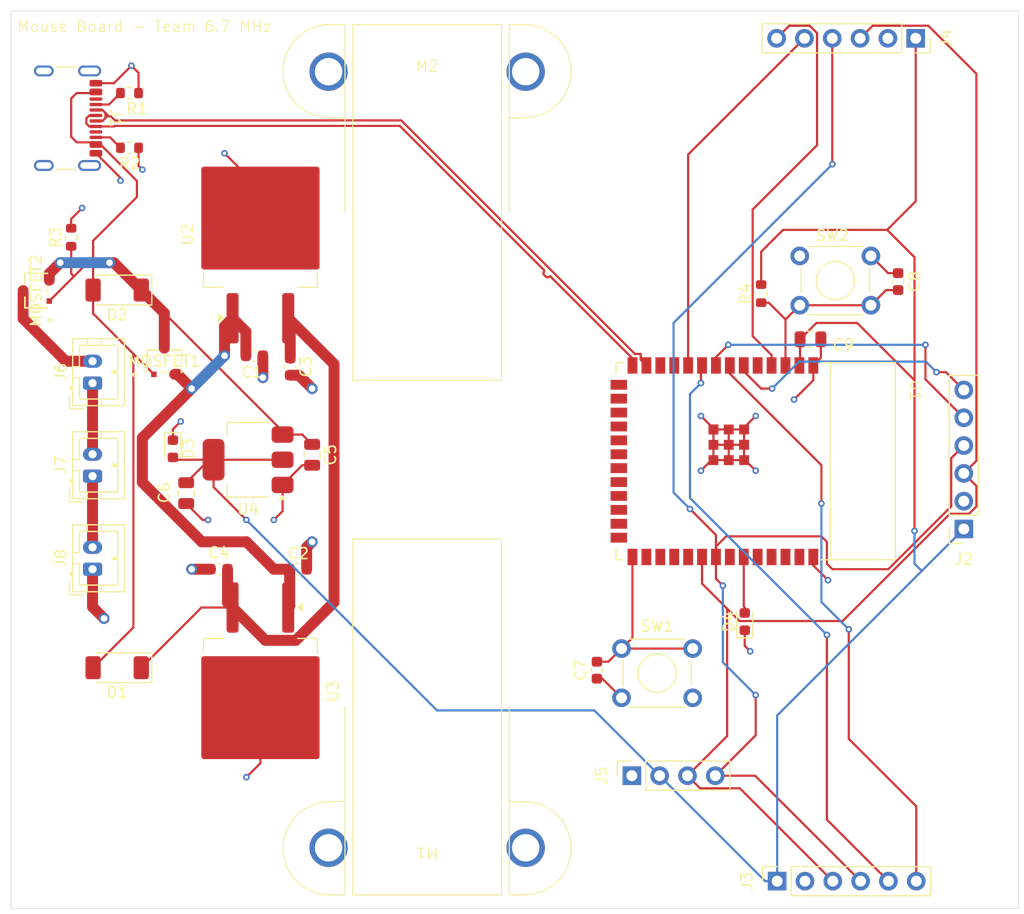
<source format=kicad_pcb>
(kicad_pcb (version 20241229) (generator "pcbnew") (generator_version "9.0")
  (layers (0 "F.Cu" signal) (4 "In1.Cu" signal) (6 "In2.Cu" signal) (2 "B.Cu" signal) (13 "F.Paste" user) (15 "B.Paste" user) (5 "F.SilkS" user "F.Silkscreen") (7 "B.SilkS" user "B.Silkscreen") (1 "F.Mask" user) (3 "B.Mask" user) (25 "Edge.Cuts" user))
  (net 0 "")
  (net 1 "GND")
  (net 2 "+6V")
  (net 3 "VDD")
  (net 4 "+3.3V")
  (net 5 "/BOOT_SEL")
  (net 6 "/MCU_ENABLE")
  (net 7 "VBUS")
  (net 8 "Net-(D4-A)")
  (net 9 "/USB_D-")
  (net 11 "/USB_D+")
  (net 12 "Net-(J1-CC2)")
  (net 13 "Net-(J1-CC1)")
  (net 15 "/MCU_IO15")
  (net 16 "/MCU_IO6")
  (net 17 "/MCU_SDA")
  (net 18 "/MCU_SCL")
  (net 19 "/MCU_IO7")
  (net 20 "/MCU_IO16")
  (net 21 "/MCU_IO4")
  (net 22 "/MCU_IO17")
  (net 23 "+BATT")
  (net 24 "/power-subsystem/Intercell_1")
  (net 25 "/power-subsystem/Intercell_2")
  (net 50 "Net-(U2-IN)")
  (footprint "Connector_JST:JST_PH_B2B-PH-K_1x02_P2.00mm_Vertical" (layer "F.Cu") (at 110.95 90.5 90)
    (property "Reference" "J7")
    (property "Value" "Conn_01x02" (hide yes))
  )
  (footprint "Capacitor_SMD:C_0603_1608Metric" (layer "F.Cu") (at 129.725 99)
    (property "Reference" "C2")
    (property "Value" ".33u")
  )
  (footprint "mouseLib:ESP32-S3-1-WROOM_1" (layer "F.Cu") (at 168.5 89.135 -90)
    (property "Reference" "U1")
    (property "Value" "ESP32-S3-1")
  )
  (footprint "mouseLib:gearmotorenc" (layer "F.Cu") (at 141.5 53.55)
    (property "Reference" "M2")
    (property "Value" "~")
  )
  (footprint "Connector_USB:USB_C_Receptacle_GCT_USB4105-xx-A_16P_TopMnt_Horizontal" (layer "F.Cu") (at 107.575 57.8 -90)
    (property "Reference" "J1")
    (property "Value" "USB_C")
  )
  (footprint "Connector_PinSocket_2.54mm:PinSocket_1x06_P2.54mm_Vertical" (layer "F.Cu") (at 190.5 95.325 180)
    (property "Reference" "J2")
    (property "Value" "Sensor_Forward")
  )
  (footprint "Button_Switch_THT:SW_TH_Tactile_Omron_B3F-100x" (layer "F.Cu") (at 159.25 106.25)
    (property "Reference" "SW1")
    (property "Value" "SW_SPST")
  )
  (footprint "Button_Switch_THT:SW_TH_Tactile_Omron_B3F-100x" (layer "F.Cu") (at 182.02 74.885 180)
    (property "Reference" "SW2")
    (property "Value" "SW_SPST")
  )
  (footprint "LED_SMD:LED_0603_1608Metric" (layer "F.Cu") (at 170.5 103.7875 90)
    (property "Reference" "D4")
    (property "Value" "LED")
  )
  (footprint "Connector_JST:JST_PH_B2B-PH-K_1x02_P2.00mm_Vertical" (layer "F.Cu") (at 110.95 82 90)
    (property "Reference" "J6")
    (property "Value" "Conn_01x02" (hide yes))
  )
  (footprint "Package_TO_SOT_SMD:TO-263-2" (layer "F.Cu") (at 126.275 68.425 90)
    (property "Reference" "U2")
    (property "Value" "L7806")
  )
  (footprint "Capacitor_SMD:C_0603_1608Metric" (layer "F.Cu") (at 125.725 79.5)
    (property "Reference" "C1")
    (property "Value" ".33u")
  )
  (footprint "Resistor_SMD:R_0603_1608Metric" (layer "F.Cu") (at 109 68.675 90)
    (property "Reference" "R3")
    (property "Value" "10k")
  )
  (footprint "Capacitor_SMD:C_0805_2012Metric" (layer "F.Cu") (at 119.5 92.05 -90)
    (property "Reference" "C6")
    (property "Value" "22u")
  )
  (footprint "Diode_SMD:D_SOD-128" (layer "F.Cu") (at 113.2 108 180)
    (property "Reference" "D1")
    (property "Value" "PMEG10030ELPX")
  )
  (footprint "Connector_PinSocket_2.54mm:PinSocket_1x06_P2.54mm_Vertical" (layer "F.Cu") (at 173.46 127.5 90)
    (property "Reference" "J3")
    (property "Value" "Sensor_Right")
  )
  (footprint "Capacitor_SMD:C_0805_2012Metric" (layer "F.Cu") (at 131 88.55 -90)
    (property "Reference" "C5")
    (property "Value" "10u")
  )
  (footprint "Capacitor_SMD:C_0603_1608Metric" (layer "F.Cu") (at 157 108.225 -90)
    (property "Reference" "C7")
    (property "Value" ".1u")
  )
  (footprint "mouseLib:gearmotorenc" (layer "F.Cu") (at 141.5 124.45 180)
    (property "Reference" "M1")
    (property "Value" "~")
  )
  (footprint "Capacitor_SMD:C_0805_2012Metric" (layer "F.Cu") (at 176.5 78 180)
    (property "Reference" "C9")
    (property "Value" "22u")
  )
  (footprint "Resistor_SMD:R_0603_1608Metric" (layer "F.Cu") (at 114.325 60.5 180)
    (property "Reference" "R2")
    (property "Value" "5.1k")
  )
  (footprint "LED_SMD:LED_0603_1608Metric" (layer "F.Cu") (at 118.2875 88 -90)
    (property "Reference" "D3")
    (property "Value" "LED")
  )
  (footprint "Resistor_SMD:R_0603_1608Metric" (layer "F.Cu") (at 114.325 55.5 180)
    (property "Reference" "R1")
    (property "Value" "5.1k")
  )
  (footprint "Capacitor_SMD:C_0603_1608Metric" (layer "F.Cu") (at 129 80.5 -90)
    (property "Reference" "C3")
    (property "Value" ".33u")
  )
  (footprint "Diode_SMD:D_SOD-128" (layer "F.Cu") (at 113.2 73.5 180)
    (property "Reference" "D2")
    (property "Value" "PMEG10030ELPX")
  )
  (footprint "Capacitor_SMD:C_0603_1608Metric" (layer "F.Cu") (at 184.5 72.725 90)
    (property "Reference" "C8")
    (property "Value" "1u")
  )
  (footprint "Resistor_SMD:R_0603_1608Metric" (layer "F.Cu") (at 172 73.825 90)
    (property "Reference" "R4")
    (property "Value" "10k")
  )
  (footprint "ssm3j3:SOT-23F_TOS" (layer "F.Cu") (at 105.8062 73.549999 90)
    (property "Reference" "MOSFET2")
    (property "Value" "SSM3J328R_LF")
  )
  (footprint "Connector_PinSocket_2.54mm:PinSocket_1x06_P2.54mm_Vertical" (layer "F.Cu") (at 186.11 50.5 -90)
    (property "Reference" "J4")
    (property "Value" "Sensor_Left")
  )
  (footprint "Package_TO_SOT_SMD:TO-263-2" (layer "F.Cu") (at 126.275 110.15 -90)
    (property "Reference" "U3")
    (property "Value" "L7806")
  )
  (footprint "Package_TO_SOT_SMD:SOT-223-3_TabPin2" (layer "F.Cu") (at 125.15 89 180)
    (property "Reference" "U4")
    (property "Value" "AZ1117-3.3")
  )
  (footprint "Connector_PinSocket_2.54mm:PinSocket_1x04_P2.54mm_Vertical" (layer "F.Cu") (at 160.19 117.865 90)
    (property "Reference" "J5")
    (property "Value" "I2C Breakout")
  )
  (footprint "Capacitor_SMD:C_0603_1608Metric" (layer "F.Cu") (at 122.5 99 180)
    (property "Reference" "C4")
    (property "Value" ".33u")
  )
  (footprint "Connector_JST:JST_PH_B2B-PH-K_1x02_P2.00mm_Vertical" (layer "F.Cu") (at 110.95 99 90)
    (property "Reference" "J8")
    (property "Value" "Conn_01x02" (hide yes))
  )
  (footprint "ssm3j3:SOT-23F_TOS" (layer "F.Cu") (at 117.5 80)
    (property "Reference" "MOSFET1")
    (property "Value" "SSM3J328R_LF")
  )
  (gr_rect (start 103.5 48) (end 195.5 130) (stroke (width 0.05)) (fill no) (layer "Edge.Cuts"))
  (gr_text "Mouse Board - Team 6.7 MHz" (at 104 50 0) (layer "F.SilkS") (effects (font (size 1 1) (thickness 0.1)) (justify left bottom)))
  (segment (start 118.2875 86.2125) (end 119 85.5) (width 0.2) (layer "F.Cu") (net 1))
  (segment (start 169.04 87.635) (end 170.44 87.635) (width 0.2) (layer "F.Cu") (net 1))
  (segment (start 157 109) (end 157.5 109) (width 0.2) (layer "F.Cu") (net 1))
  (segment (start 170.5 106) (end 171 106.5) (width 0.2) (layer "F.Cu") (net 1))
  (segment (start 130.5 97) (end 131 96.5) (width 1) (layer "F.Cu") (net 1))
  (segment (start 170.44 87.635) (end 170.44 86.235) (width 0.2) (layer "F.Cu") (net 1))
  (segment (start 169.04 87.635) (end 169.04 89.035) (width 0.2) (layer "F.Cu") (net 1))
  (segment (start 130.5 99) (end 130.5 97) (width 1) (layer "F.Cu") (net 1))
  (segment (start 121.725 99) (end 120 99) (width 1) (layer "F.Cu") (net 1))
  (segment (start 167.64 89.035) (end 167.465 89.035) (width 0.2) (layer "F.Cu") (net 1))
  (segment (start 177.45 79.695) (end 176.76 80.385) (width 0.2) (layer "F.Cu") (net 1))
  (segment (start 112.9 54.6) (end 114.5 53) (width 0.2) (layer "F.Cu") (net 1))
  (segment (start 170.535 89.035) (end 171.5 90) (width 0.2) (layer "F.Cu") (net 1))
  (segment (start 109 67.85) (end 109 67) (width 0.2) (layer "F.Cu") (net 1))
  (segment (start 129.775 81.275) (end 131 82.5) (width 1) (layer "F.Cu") (net 1))
  (segment (start 126.275 66.925) (end 126.275 64.275) (width 0.2) (layer "F.Cu") (net 1))
  (segment (start 170.44 89.035) (end 170.44 87.635) (width 0.2) (layer "F.Cu") (net 1))
  (segment (start 176.76 80.385) (end 176.76 81.74) (width 0.2) (layer "F.Cu") (net 1))
  (segment (start 126.275 116.725) (end 125 118) (width 0.2) (layer "F.Cu") (net 1))
  (segment (start 167.64 86.235) (end 167.64 86.14) (width 0.2) (layer "F.Cu") (net 1))
  (segment (start 170.44 86.235) (end 170.44 86.06) (width 0.2) (layer "F.Cu") (net 1))
  (segment (start 169.04 87.635) (end 167.64 87.635) (width 0.2) (layer "F.Cu") (net 1))
  (segment (start 176.76 81.74) (end 175 83.5) (width 0.2) (layer "F.Cu") (net 1))
  (segment (start 167.64 86.14) (end 166.5 85) (width 0.2) (layer "F.Cu") (net 1))
  (segment (start 111.255 54.6) (end 112.9 54.6) (width 0.2) (layer "F.Cu") (net 1))
  (segment (start 110.95 99) (end 110.95 102.45) (width 1) (layer "F.Cu") (net 1))
  (segment (start 169.04 86.235) (end 169.04 87.635) (width 0.2) (layer "F.Cu") (net 1))
  (segment (start 126.5 79.5) (end 126.5 81.5) (width 1) (layer "F.Cu") (net 1))
  (segment (start 115.15 60.5) (end 115.15 62.15) (width 0.2) (layer "F.Cu") (net 1))
  (segment (start 119.5 93) (end 121 94.5) (width 0.2) (layer "F.Cu") (net 1))
  (segment (start 126.275 64.275) (end 123 61) (width 0.2) (layer "F.Cu") (net 1))
  (segment (start 109 67) (end 110 66) (width 0.2) (layer "F.Cu") (net 1))
  (segment (start 115.15 62.15) (end 115.5 62.5) (width 0.2) (layer "F.Cu") (net 1))
  (segment (start 176.76 97.885) (end 176.76 98.66) (width 0.2) (layer "F.Cu") (net 1))
  (segment (start 170.44 86.235) (end 169.04 86.235) (width 0.2) (layer "F.Cu") (net 1))
  (segment (start 176.76 98.66) (end 178.1 100) (width 0.2) (layer "F.Cu") (net 1))
  (segment (start 121 94.5) (end 121.5 94.5) (width 0.2) (layer "F.Cu") (net 1))
  (segment (start 170.44 86.06) (end 171.5 85) (width 0.2) (layer "F.Cu") (net 1))
  (segment (start 170.44 89.035) (end 170.535 89.035) (width 0.2) (layer "F.Cu") (net 1))
  (segment (start 157.5 109) (end 159.25 110.75) (width 0.2) (layer "F.Cu") (net 1))
  (segment (start 118.2875 87.2125) (end 118.2875 86.2125) (width 0.2) (layer "F.Cu") (net 1))
  (segment (start 115.15 55.5) (end 115.15 53.65) (width 0.2) (layer "F.Cu") (net 1))
  (segment (start 128.3 91.3) (end 128.3 93.7) (width 0.2) (layer "F.Cu") (net 1))
  (segment (start 130.1 89.5) (end 128.3 91.3) (width 0.2) (layer "F.Cu") (net 1))
  (segment (start 113.5 63.245) (end 113.5 63.5) (width 0.2) (layer "F.Cu") (net 1))
  (segment (start 128.3 93.7) (end 127.5 94.5) (width 0.2) (layer "F.Cu") (net 1))
  (segment (start 167.64 86.235) (end 167.64 87.635) (width 0.2) (layer "F.Cu") (net 1))
  (segment (start 170.5 104.575) (end 170.5 106) (width 0.2) (layer "F.Cu") (net 1))
  (segment (start 115.15 53.65) (end 114.5 53) (width 0.2) (layer "F.Cu") (net 1))
  (segment (start 111.255 61) (end 113.5 63.245) (width 0.2) (layer "F.Cu") (net 1))
  (segment (start 183.585 71.95) (end 182.02 70.385) (width 0.2) (layer "F.Cu") (net 1))
  (segment (start 126.275 111.65) (end 126.275 116.725) (width 0.2) (layer "F.Cu") (net 1))
  (segment (start 131 89.5) (end 130.1 89.5) (width 0.2) (layer "F.Cu") (net 1))
  (segment (start 167.465 89.035) (end 166.5 90) (width 0.2) (layer "F.Cu") (net 1))
  (segment (start 167.64 87.635) (end 167.64 89.035) (width 0.2) (layer "F.Cu") (net 1))
  (segment (start 169.04 89.035) (end 170.44 89.035) (width 0.2) (layer "F.Cu") (net 1))
  (segment (start 167.64 89.035) (end 169.04 89.035) (width 0.2) (layer "F.Cu") (net 1))
  (segment (start 169.04 86.235) (end 167.64 86.235) (width 0.2) (layer "F.Cu") (net 1))
  (segment (start 184.5 71.95) (end 183.585 71.95) (width 0.2) (layer "F.Cu") (net 1))
  (segment (start 129 81.275) (end 129.775 81.275) (width 1) (layer "F.Cu") (net 1))
  (segment (start 177.45 78) (end 177.45 79.695) (width 0.2) (layer "F.Cu") (net 1))
  (segment (start 110.95 102.45) (end 112 103.5) (width 1) (layer "F.Cu") (net 1))
  (via (at 114.5 53) (size 0.6) (drill 0.3) (layers "F.Cu" "B.Cu") (net 1))
  (via (at 166.5 85) (size 0.6) (drill 0.3) (layers "F.Cu" "B.Cu") (net 1))
  (via (at 123 61) (size 0.6) (drill 0.3) (layers "F.Cu" "B.Cu") (net 1))
  (via (at 115.5 62.5) (size 0.6) (drill 0.3) (layers "F.Cu" "B.Cu") (net 1))
  (via (at 125 118) (size 0.6) (drill 0.3) (layers "F.Cu" "B.Cu") (net 1))
  (via (at 121.5 94.5) (size 0.6) (drill 0.3) (layers "F.Cu" "B.Cu") (net 1))
  (via (at 113.5 63.5) (size 0.6) (drill 0.3) (layers "F.Cu" "B.Cu") (net 1))
  (via (at 166.5 90) (size 0.6) (drill 0.3) (layers "F.Cu" "B.Cu") (net 1))
  (via (at 112 103.5) (size 1) (drill 0.6) (layers "F.Cu" "B.Cu") (net 1))
  (via (at 110 66) (size 0.6) (drill 0.3) (layers "F.Cu" "B.Cu") (net 1))
  (via (at 171 106.5) (size 0.6) (drill 0.3) (layers "F.Cu" "B.Cu") (net 1))
  (via (at 127.5 94.5) (size 0.6) (drill 0.3) (layers "F.Cu" "B.Cu") (net 1))
  (via (at 175 83.5) (size 0.6) (drill 0.3) (layers "F.Cu" "B.Cu") (net 1))
  (via (at 178.1 100) (size 0.6) (drill 0.3) (layers "F.Cu" "B.Cu") (net 1))
  (via (at 131 82.5) (size 1) (drill 0.6) (layers "F.Cu" "B.Cu") (net 1))
  (via (at 131 96.5) (size 1) (drill 0.6) (layers "F.Cu" "B.Cu") (net 1))
  (via (at 120 99) (size 1) (drill 0.6) (layers "F.Cu" "B.Cu") (net 1))
  (via (at 119 85.5) (size 0.6) (drill 0.3) (layers "F.Cu" "B.Cu") (net 1))
  (via (at 126.5 81.5) (size 1) (drill 0.6) (layers "F.Cu" "B.Cu") (net 1))
  (via (at 171.5 90) (size 0.6) (drill 0.3) (layers "F.Cu" "B.Cu") (net 1))
  (via (at 171.5 85) (size 0.6) (drill 0.3) (layers "F.Cu" "B.Cu") (net 1))
  (segment (start 126.736 105.501) (end 123.735 102.5) (width 1) (layer "F.Cu") (net 2))
  (segment (start 123.275 99) (end 123.275 102.04) (width 1) (layer "F.Cu") (net 2))
  (segment (start 123.275 102.04) (end 123.735 102.5) (width 1) (layer "F.Cu") (net 2))
  (segment (start 129 79.725) (end 129 76.26) (width 1) (layer "F.Cu") (net 2))
  (segment (start 120.9 102.5) (end 115.4 108) (width 0.2) (layer "F.Cu") (net 2))
  (segment (start 129 76.26) (end 128.815 76.075) (width 1) (layer "F.Cu") (net 2))
  (segment (start 133.001 80.261) (end 133.001 102.015844) (width 1) (layer "F.Cu") (net 2))
  (segment (start 128.815 76.075) (end 133.001 80.261) (width 1) (layer "F.Cu") (net 2))
  (segment (start 129.515844 105.501) (end 126.736 105.501) (width 1) (layer "F.Cu") (net 2))
  (segment (start 123.735 102.5) (end 120.9 102.5) (width 0.2) (layer "F.Cu") (net 2))
  (segment (start 133.001 102.015844) (end 129.515844 105.501) (width 1) (layer "F.Cu") (net 2))
  (segment (start 117.5 75.6) (end 115.4 73.5) (width 1) (layer "F.Cu") (net 3))
  (segment (start 107 72) (end 108 71) (width 1) (layer "F.Cu") (net 3))
  (segment (start 130.1 86.7) (end 131 87.6) (width 0.2) (layer "F.Cu") (net 3))
  (segment (start 128.3 86.7) (end 130.1 86.7) (width 0.2) (layer "F.Cu") (net 3))
  (segment (start 117.5 78.8062) (end 117.5 75.6) (width 1) (layer "F.Cu") (net 3))
  (segment (start 128.3 86.4) (end 115.4 73.5) (width 0.2) (layer "F.Cu") (net 3))
  (segment (start 128.3 86.7) (end 128.3 86.4) (width 0.2) (layer "F.Cu") (net 3))
  (segment (start 112.5 71) (end 112.9 71) (width 1) (layer "F.Cu") (net 3))
  (segment (start 107 72.599998) (end 107 72) (width 1) (layer "F.Cu") (net 3))
  (segment (start 112.9 71) (end 115.4 73.5) (width 1) (layer "F.Cu") (net 3))
  (via (at 112.5 71) (size 1) (drill 0.6) (layers "F.Cu" "B.Cu") (net 3))
  (via (at 108 71) (size 1) (drill 0.6) (layers "F.Cu" "B.Cu") (net 3))
  (segment (start 108 71) (end 112.5 71) (width 1) (layer "B.Cu") (net 3))
  (segment (start 121.6 89) (end 122 89) (width 0.2) (layer "F.Cu") (net 4))
  (segment (start 122 89) (end 118.5 89) (width 0.2) (layer "F.Cu") (net 4))
  (segment (start 180.757836 76.5) (end 177.05 76.5) (width 0.2) (layer "F.Cu") (net 4))
  (segment (start 183.5 68) (end 186.11 65.39) (width 0.2) (layer "F.Cu") (net 4))
  (segment (start 118.5 89) (end 118.2875 88.7875) (width 0.2) (layer "F.Cu") (net 4))
  (segment (start 175.55 80.325) (end 175.49 80.385) (width 0.2) (layer "F.Cu") (net 4))
  (segment (start 128.3 89) (end 122 89) (width 0.2) (layer "F.Cu") (net 4))
  (segment (start 122 89) (end 122 91.5) (width 0.2) (layer "F.Cu") (net 4))
  (segment (start 186 81.742164) (end 180.757836 76.5) (width 0.2) (layer "F.Cu") (net 4))
  (segment (start 172 70) (end 172 73) (width 0.2) (layer "F.Cu") (net 4))
  (segment (start 186 81.742164) (end 186 70.5) (width 0.2) (layer "F.Cu") (net 4))
  (segment (start 186.11 65.39) (end 186.11 50.5) (width 0.2) (layer "F.Cu") (net 4))
  (segment (start 177.05 76.5) (end 175.55 78) (width 0.2) (layer "F.Cu") (net 4))
  (segment (start 175.55 78) (end 175.55 80.325) (width 0.2) (layer "F.Cu") (net 4))
  (segment (start 174 68) (end 172 70) (width 0.2) (layer "F.Cu") (net 4))
  (segment (start 119.5 91.1) (end 121.6 89) (width 0.2) (layer "F.Cu") (net 4))
  (segment (start 122 91.5) (end 125 94.5) (width 0.2) (layer "F.Cu") (net 4))
  (segment (start 186 70.5) (end 183.5 68) (width 0.2) (layer "F.Cu") (net 4))
  (segment (start 186 95.5) (end 186 81.742164) (width 0.2) (layer "F.Cu") (net 4))
  (segment (start 183.5 68) (end 174 68) (width 0.2) (layer "F.Cu") (net 4))
  (via (at 125 94.5) (size 0.6) (drill 0.3) (layers "F.Cu" "B.Cu") (net 4))
  (via (at 186 95.5) (size 0.6) (drill 0.3) (layers "F.Cu" "B.Cu") (net 4))
  (segment (start 125 94.5) (end 142.401 111.901) (width 0.2) (layer "B.Cu") (net 4))
  (segment (start 172.365 127.5) (end 173.46 127.5) (width 0.2) (layer "B.Cu") (net 4))
  (segment (start 173.46 112.365) (end 186.6625 99.1625) (width 0.2) (layer "B.Cu") (net 4))
  (segment (start 173.46 127.5) (end 173.46 112.365) (width 0.2) (layer "B.Cu") (net 4))
  (segment (start 186.6625 99.1625) (end 186 98.5) (width 0.2) (layer "B.Cu") (net 4))
  (segment (start 156.766 111.901) (end 162.73 117.865) (width 0.2) (layer "B.Cu") (net 4))
  (segment (start 142.401 111.901) (end 156.766 111.901) (width 0.2) (layer "B.Cu") (net 4))
  (segment (start 162.73 117.865) (end 172.365 127.5) (width 0.2) (layer "B.Cu") (net 4))
  (segment (start 186.6625 99.1625) (end 190.5 95.325) (width 0.2) (layer "B.Cu") (net 4))
  (segment (start 186 98.5) (end 186 95.5) (width 0.2) (layer "B.Cu") (net 4))
  (segment (start 159.25 106.25) (end 160.25 105.25) (width 0.2) (layer "F.Cu") (net 5))
  (segment (start 158.05 107.45) (end 159.25 106.25) (width 0.2) (layer "F.Cu") (net 5))
  (segment (start 157 107.45) (end 158.05 107.45) (width 0.2) (layer "F.Cu") (net 5))
  (segment (start 160.25 105.25) (end 160.25 97.885) (width 0.2) (layer "F.Cu") (net 5))
  (segment (start 165.75 106.25) (end 159.25 106.25) (width 0.2) (layer "F.Cu") (net 5))
  (segment (start 175.52 74.885) (end 174.22 76.185) (width 0.2) (layer "F.Cu") (net 6))
  (segment (start 184.5 73.5) (end 183.405 73.5) (width 0.2) (layer "F.Cu") (net 6))
  (segment (start 175.52 74.885) (end 182.02 74.885) (width 0.2) (layer "F.Cu") (net 6))
  (segment (start 174.22 76.185) (end 174.22 80.385) (width 0.2) (layer "F.Cu") (net 6))
  (segment (start 172 74.65) (end 172.685 74.65) (width 0.2) (layer "F.Cu") (net 6))
  (segment (start 183.405 73.5) (end 182.02 74.885) (width 0.2) (layer "F.Cu") (net 6))
  (segment (start 172.685 74.65) (end 174.22 76.185) (width 0.2) (layer "F.Cu") (net 6))
  (segment (start 111.155 55.5) (end 109.5 55.5) (width 0.2) (layer "F.Cu") (net 7))
  (segment (start 115 65) (end 115 63.528032) (width 0.2) (layer "F.Cu") (net 7))
  (segment (start 111 73.5) (end 111 75.643801) (width 0.2) (layer "F.Cu") (net 7))
  (segment (start 114.6781 79.3219) (end 116.549999 81.1938) (width 0.2) (layer "F.Cu") (net 7))
  (segment (start 109.25 72.25) (end 111 70.5) (width 0.2) (layer "F.Cu") (net 7))
  (segment (start 111 73.5) (end 111 69.5) (width 0.2) (layer "F.Cu") (net 7))
  (segment (start 111.671968 60.2) (end 111.255 60.2) (width 0.2) (layer "F.Cu") (net 7))
  (segment (start 109.501 60.001) (end 111.056 60.001) (width 0.2) (layer "F.Cu") (net 7))
  (segment (start 109.5 55.5) (end 109 56) (width 0.2) (layer "F.Cu") (net 7))
  (segment (start 114.6781 79.3219) (end 114.6781 104.3219) (width 0.2) (layer "F.Cu") (net 7))
  (segment (start 107 74.5) (end 109.25 72.25) (width 0.2) (layer "F.Cu") (net 7))
  (segment (start 111.056 60.001) (end 111.255 60.2) (width 0.2) (layer "F.Cu") (net 7))
  (segment (start 111 75.643801) (end 114.6781 79.3219) (width 0.2) (layer "F.Cu") (net 7))
  (segment (start 111.255 55.4) (end 111.155 55.5) (width 0.2) (layer "F.Cu") (net 7))
  (segment (start 111 69) (end 115 65) (width 0.2) (layer "F.Cu") (net 7))
  (segment (start 109 72) (end 109.25 72.25) (width 0.2) (layer "F.Cu") (net 7))
  (segment (start 111 69.5) (end 111 69) (width 0.2) (layer "F.Cu") (net 7))
  (segment (start 114.6781 104.3219) (end 111 108) (width 0.2) (layer "F.Cu") (net 7))
  (segment (start 109 56) (end 109 59.5) (width 0.2) (layer "F.Cu") (net 7))
  (segment (start 111 70.5) (end 111 69.5) (width 0.2) (layer "F.Cu") (net 7))
  (segment (start 109 59.5) (end 109.501 60.001) (width 0.2) (layer "F.Cu") (net 7))
  (segment (start 115 63.528032) (end 111.671968 60.2) (width 0.2) (layer "F.Cu") (net 7))
  (segment (start 109 69.5) (end 109 72) (width 0.2) (layer "F.Cu") (net 7))
  (segment (start 170.41 102.41) (end 170.41 97.885) (width 0.2) (layer "F.Cu") (net 8))
  (segment (start 170.5 103) (end 170.5 102.5) (width 0.2) (layer "F.Cu") (net 8))
  (segment (start 170.5 102.5) (end 170.41 102.41) (width 0.2) (layer "F.Cu") (net 8))
  (segment (start 112.282824 57.631) (end 112.5 57.631) (width 0.2) (layer "F.Cu") (net 9))
  (segment (start 161.001 79.334) (end 161.001 79.866) (width 0.2) (layer "F.Cu") (net 9))
  (segment (start 112.5 57.631) (end 112.631 57.631) (width 0.2) (layer "F.Cu") (net 9))
  (segment (start 113 58) (end 139.135 58) (width 0.2) (layer "F.Cu") (net 9))
  (segment (start 111.863824 58.05) (end 111.255 58.05) (width 0.2) (layer "F.Cu") (net 9))
  (segment (start 139.135 58) (end 160.469 79.334) (width 0.2) (layer "F.Cu") (net 9))
  (segment (start 111.255 57.05) (end 111.863824 57.05) (width 0.2) (layer "F.Cu") (net 9))
  (segment (start 112.131 57.782824) (end 112.282824 57.631) (width 0.2) (layer "F.Cu") (net 9))
  (segment (start 112.5 57.631) (end 112.444824 57.631) (width 0.2) (layer "F.Cu") (net 9))
  (segment (start 111.863824 57.05) (end 112.131 57.317176) (width 0.2) (layer "F.Cu") (net 9))
  (segment (start 160.469 79.334) (end 161.001 79.334) (width 0.2) (layer "F.Cu") (net 9))
  (segment (start 112.131 57.782824) (end 111.863824 58.05) (width 0.2) (layer "F.Cu") (net 9))
  (segment (start 112.444824 57.631) (end 112.131 57.317176) (width 0.2) (layer "F.Cu") (net 9))
  (segment (start 112.631 57.631) (end 113 58) (width 0.2) (layer "F.Cu") (net 9))
  (segment (start 161.001 79.866) (end 161.52 80.385) (width 0.2) (layer "F.Cu") (net 9))
  (segment (start 112.131 57.317176) (end 112.131 57.782824) (width 0.2) (layer "F.Cu") (net 9))
  (segment (start 111.255 57.55) (end 110.646176 57.55) (width 0.2) (layer "F.Cu") (net 11))
  (segment (start 160.25 79.751397) (end 160.25 80.385) (width 0.2) (layer "F.Cu") (net 11))
  (segment (start 111.255 58.55) (end 112.95 58.55) (width 0.2) (layer "F.Cu") (net 11))
  (segment (start 110.379 57.817176) (end 110.379 58.282824) (width 0.2) (layer "F.Cu") (net 11))
  (segment (start 153.001476 72.502873) (end 154.293702 73.795099) (width 0.2) (layer "F.Cu") (net 11))
  (segment (start 138.998603 58.5) (end 152.152948 71.654345) (width 0.2) (layer "F.Cu") (net 11))
  (segment (start 113 58.5) (end 138.998603 58.5) (width 0.2) (layer "F.Cu") (net 11))
  (segment (start 110.646176 57.55) (end 110.379 57.817176) (width 0.2) (layer "F.Cu") (net 11))
  (segment (start 152.79024 72.291636) (end 153.001476 72.502873) (width 0.2) (layer "F.Cu") (net 11))
  (segment (start 152.152948 72.080401) (end 152.364183 72.291636) (width 0.2) (layer "F.Cu") (net 11))
  (segment (start 110.646176 58.55) (end 111.255 58.55) (width 0.2) (layer "F.Cu") (net 11))
  (segment (start 110.379 58.282824) (end 110.646176 58.55) (width 0.2) (layer "F.Cu") (net 11))
  (segment (start 112.95 58.55) (end 113 58.5) (width 0.2) (layer "F.Cu") (net 11))
  (segment (start 154.293702 73.795099) (end 160.25 79.751397) (width 0.2) (layer "F.Cu") (net 11))
  (arc (start 152.152948 71.867373) (mid 152.108828 71.973887) (end 152.152948 72.080401) (width 0.2) (layer "F.Cu") (net 11))
  (arc (start 152.577212 72.291636) (mid 152.683726 72.247516) (end 152.79024 72.291636) (width 0.2) (layer "F.Cu") (net 11))
  (arc (start 152.364183 72.291636) (mid 152.470698 72.335755) (end 152.577212 72.291636) (width 0.2) (layer "F.Cu") (net 11))
  (arc (start 152.152948 71.654345) (mid 152.197068 71.760859) (end 152.152948 71.867373) (width 0.2) (layer "F.Cu") (net 11))
  (segment (start 112.55 59.55) (end 111.255 59.55) (width 0.2) (layer "F.Cu") (net 12))
  (segment (start 113.5 60.5) (end 112.55 59.55) (width 0.2) (layer "F.Cu") (net 12))
  (segment (start 113.5 55.5) (end 112.45 56.55) (width 0.2) (layer "F.Cu") (net 13))
  (segment (start 112.45 56.55) (end 111.255 56.55) (width 0.2) (layer "F.Cu") (net 13))
  (segment (start 187 81.665) (end 187 78.5) (width 0.2) (layer "F.Cu") (net 15))
  (segment (start 190.5 85.165) (end 187 81.665) (width 0.2) (layer "F.Cu") (net 15))
  (segment (start 169 78.5) (end 167.87 79.63) (width 0.2) (layer "F.Cu") (net 15))
  (segment (start 167.87 79.63) (end 167.87 80.385) (width 0.2) (layer "F.Cu") (net 15))
  (via (at 187 78.5) (size 0.6) (drill 0.3) (layers "F.Cu" "B.Cu") (net 15))
  (via (at 169 78.5) (size 0.6) (drill 0.3) (layers "F.Cu" "B.Cu") (net 15))
  (segment (start 187 78.5) (end 169 78.5) (width 0.2) (layer "B.Cu") (net 15))
  (segment (start 190.5 82.625) (end 188.875 81) (width 0.2) (layer "F.Cu") (net 16))
  (segment (start 188.875 81) (end 188 81) (width 0.2) (layer "F.Cu") (net 16))
  (segment (start 173 82.5) (end 171.993 82.5) (width 0.2) (layer "F.Cu") (net 16))
  (segment (start 171.993 82.5) (end 170.41 80.917) (width 0.2) (layer "F.Cu") (net 16))
  (segment (start 170.41 80.917) (end 170.41 80.385) (width 0.2) (layer "F.Cu") (net 16))
  (via (at 173 82.5) (size 0.6) (drill 0.3) (layers "F.Cu" "B.Cu") (net 16))
  (via (at 188 81) (size 0.6) (drill 0.3) (layers "F.Cu" "B.Cu") (net 16))
  (segment (start 187.034 80.034) (end 175.466 80.034) (width 0.2) (layer "B.Cu") (net 16))
  (segment (start 188 81) (end 187.034 80.034) (width 0.2) (layer "B.Cu") (net 16))
  (segment (start 175.466 80.034) (end 173 82.5) (width 0.2) (layer "B.Cu") (net 16))
  (segment (start 178.49 50.5) (end 178.49 61.99) (width 0.2) (layer "F.Cu") (net 17))
  (segment (start 167.81 117.865) (end 171.5 114.175) (width 0.2) (layer "F.Cu") (net 17))
  (segment (start 168.5 100.5) (end 167.87 99.87) (width 0.2) (layer "F.Cu") (net 17))
  (segment (start 189.349 88.856) (end 190.5 87.705) (width 0.2) (layer "F.Cu") (net 17))
  (segment (start 178 98.5) (end 178.5 99) (width 0.2) (layer "F.Cu") (net 17))
  (segment (start 167.81 117.865) (end 171.445 117.865) (width 0.2) (layer "F.Cu") (net 17))
  (segment (start 177.5 96) (end 178 96.5) (width 0.2) (layer "F.Cu") (net 17))
  (segment (start 189.349 93.26176) (end 189.349 88.856) (width 0.2) (layer "F.Cu") (net 17))
  (segment (start 167.87 97.885) (end 167.87 96.935) (width 0.2) (layer "F.Cu") (net 17))
  (segment (start 168.805 96) (end 177.5 96) (width 0.2) (layer "F.Cu") (net 17))
  (segment (start 183.61076 99) (end 189.349 93.26176) (width 0.2) (layer "F.Cu") (net 17))
  (segment (start 167.87 95.87) (end 167.87 97.885) (width 0.2) (layer "F.Cu") (net 17))
  (segment (start 178.49 61.99) (end 178.5 62) (width 0.2) (layer "F.Cu") (net 17))
  (segment (start 178 96.5) (end 178 98.5) (width 0.2) (layer "F.Cu") (net 17))
  (segment (start 171.445 117.865) (end 181.08 127.5) (width 0.2) (layer "F.Cu") (net 17))
  (segment (start 167.87 96.935) (end 168.805 96) (width 0.2) (layer "F.Cu") (net 17))
  (segment (start 171.5 114.175) (end 171.5 110.5) (width 0.2) (layer "F.Cu") (net 17))
  (segment (start 165.5 93.5) (end 167.87 95.87) (width 0.2) (layer "F.Cu") (net 17))
  (segment (start 178.5 99) (end 183.61076 99) (width 0.2) (layer "F.Cu") (net 17))
  (segment (start 167.87 99.87) (end 167.87 97.885) (width 0.2) (layer "F.Cu") (net 17))
  (via (at 171.5 110.5) (size 0.6) (drill 0.3) (layers "F.Cu" "B.Cu") (net 17))
  (via (at 165.5 93.5) (size 0.6) (drill 0.3) (layers "F.Cu" "B.Cu") (net 17))
  (via (at 168.5 100.5) (size 0.6) (drill 0.3) (layers "F.Cu" "B.Cu") (net 17))
  (via (at 178.5 62) (size 0.6) (drill 0.3) (layers "F.Cu" "B.Cu") (net 17))
  (segment (start 164 76.5) (end 164 92) (width 0.2) (layer "B.Cu") (net 17))
  (segment (start 171.5 110.5) (end 168.5 107.5) (width 0.2) (layer "B.Cu") (net 17))
  (segment (start 168.5 107.5) (end 168.5 100.5) (width 0.2) (layer "B.Cu") (net 17))
  (segment (start 164 92) (end 165.5 93.5) (width 0.2) (layer "B.Cu") (net 17))
  (segment (start 178.5 62) (end 164 76.5) (width 0.2) (layer "B.Cu") (net 17))
  (segment (start 191.651 53.739) (end 187.261 49.349) (width 0.2) (layer "F.Cu") (net 18))
  (segment (start 190.5 90.245) (end 191.651 91.396) (width 0.2) (layer "F.Cu") (net 18))
  (segment (start 166.421 119.016) (end 165.27 117.865) (width 0.2) (layer "F.Cu") (net 18))
  (segment (start 190.5 90.245) (end 191.651 89.094) (width 0.2) (layer "F.Cu") (net 18))
  (segment (start 187.261 49.349) (end 182.181 49.349) (width 0.2) (layer "F.Cu") (net 18))
  (segment (start 170.0224 103.7385) (end 168.89195 102.60805) (width 0.2) (layer "F.Cu") (net 18))
  (segment (start 178.54 127.5) (end 170.056 119.016) (width 0.2) (layer "F.Cu") (net 18))
  (segment (start 168.89195 114.24305) (end 168.89195 102.60805) (width 0.2) (layer "F.Cu") (net 18))
  (segment (start 182.181 49.349) (end 181.03 50.5) (width 0.2) (layer "F.Cu") (net 18))
  (segment (start 166.6 100.3161) (end 166.6 97.885) (width 0.2) (layer "F.Cu") (net 18))
  (segment (start 190.97676 93.936) (end 189.24186 93.936) (width 0.2) (layer "F.Cu") (net 18))
  (segment (start 191.651 93.26176) (end 190.97676 93.936) (width 0.2) (layer "F.Cu") (net 18))
  (segment (start 179.43936 103.7385) (end 170.0224 103.7385) (width 0.2) (layer "F.Cu") (net 18))
  (segment (start 189.24186 93.936) (end 179.43936 103.7385) (width 0.2) (layer "F.Cu") (net 18))
  (segment (start 191.651 91.396) (end 191.651 93.26176) (width 0.2) (layer "F.Cu") (net 18))
  (segment (start 170.056 119.016) (end 166.421 119.016) (width 0.2) (layer "F.Cu") (net 18))
  (segment (start 168.89195 102.60805) (end 166.6 100.3161) (width 0.2) (layer "F.Cu") (net 18))
  (segment (start 191.651 89.094) (end 191.651 53.739) (width 0.2) (layer "F.Cu") (net 18))
  (segment (start 165.27 117.865) (end 168.89195 114.24305) (width 0.2) (layer "F.Cu") (net 18))
  (segment (start 169.14 80.385) (end 169.14 81.14) (width 0.2) (layer "F.Cu") (net 19))
  (segment (start 169.14 81.14) (end 177.5 89.5) (width 0.2) (layer "F.Cu") (net 19))
  (segment (start 186.16 120.66) (end 186.16 127.5) (width 0.2) (layer "F.Cu") (net 19))
  (segment (start 180 104.5) (end 180 114.5) (width 0.2) (layer "F.Cu") (net 19))
  (segment (start 177.5 89.5) (end 177.5 93) (width 0.2) (layer "F.Cu") (net 19))
  (segment (start 180 114.5) (end 186.16 120.66) (width 0.2) (layer "F.Cu") (net 19))
  (via (at 177.5 93) (size 0.6) (drill 0.3) (layers "F.Cu" "B.Cu") (net 19))
  (via (at 180 104.5) (size 0.6) (drill 0.3) (layers "F.Cu" "B.Cu") (net 19))
  (segment (start 177.5 93) (end 177.5 102) (width 0.2) (layer "B.Cu") (net 19))
  (segment (start 177.5 102) (end 180 104.5) (width 0.2) (layer "B.Cu") (net 19))
  (segment (start 178 121.88) (end 178 105) (width 0.2) (layer "F.Cu") (net 20))
  (segment (start 166.5 80.485) (end 166.6 80.385) (width 0.2) (layer "F.Cu") (net 20))
  (segment (start 183.62 127.5) (end 178 121.88) (width 0.2) (layer "F.Cu") (net 20))
  (segment (start 166.5 82) (end 166.5 80.485) (width 0.2) (layer "F.Cu") (net 20))
  (via (at 178 105) (size 0.6) (drill 0.3) (layers "F.Cu" "B.Cu") (net 20))
  (via (at 166.5 82) (size 0.6) (drill 0.3) (layers "F.Cu" "B.Cu") (net 20))
  (segment (start 165.5 85) (end 165.5 83) (width 0.2) (layer "B.Cu") (net 20))
  (segment (start 165.5 83) (end 166.5 82) (width 0.2) (layer "B.Cu") (net 20))
  (segment (start 178 105) (end 165.5 92.5) (width 0.2) (layer "B.Cu") (net 20))
  (segment (start 165.5 92.5) (end 165.5 85) (width 0.2) (layer "B.Cu") (net 20))
  (segment (start 177.101 50.02324) (end 177.101 60.259) (width 0.2) (layer "F.Cu") (net 21))
  (segment (start 173.41 50.5) (end 174.561 49.349) (width 0.2) (layer "F.Cu") (net 21))
  (segment (start 172.95 79.435) (end 172.95 80.385) (width 0.2) (layer "F.Cu") (net 21))
  (segment (start 176.42676 49.349) (end 177.101 50.02324) (width 0.2) (layer "F.Cu") (net 21))
  (segment (start 177.101 60.259) (end 171.224 66.136) (width 0.2) (layer "F.Cu") (net 21))
  (segment (start 171.224 66.136) (end 171.224 77.709) (width 0.2) (layer "F.Cu") (net 21))
  (segment (start 171.224 77.709) (end 172.95 79.435) (width 0.2) (layer "F.Cu") (net 21))
  (segment (start 174.561 49.349) (end 176.42676 49.349) (width 0.2) (layer "F.Cu") (net 21))
  (segment (start 165.33 61.12) (end 165.33 80.385) (width 0.2) (layer "F.Cu") (net 22))
  (segment (start 175.95 50.5) (end 165.33 61.12) (width 0.2) (layer "F.Cu") (net 22))
  (segment (start 104.6124 76.1124) (end 104.6124 73.549999) (width 1) (layer "F.Cu") (net 23))
  (segment (start 110.95 80) (end 108.5 80) (width 1) (layer "F.Cu") (net 23))
  (segment (start 108.5 80) (end 104.6124 76.1124) (width 1) (layer "F.Cu") (net 23))
  (segment (start 104.6124 73.549999) (end 104.6124 73.6624) (width 0.2) (layer "F.Cu") (net 23))
  (segment (start 110.95 82) (end 110.95 88.5) (width 1) (layer "F.Cu") (net 24))
  (segment (start 110.95 90.5) (end 110.95 97) (width 1) (layer "F.Cu") (net 25))
  (segment (start 128.95 99) (end 128.95 102.365) (width 1) (layer "F.Cu") (net 50))
  (segment (start 128.95 102.365) (end 128.815 102.5) (width 1) (layer "F.Cu") (net 50))
  (segment (start 127.5 99) (end 128.95 99) (width 1) (layer "F.Cu") (net 50))
  (segment (start 124.95 77.29) (end 123.735 76.075) (width 1) (layer "F.Cu") (net 50))
  (segment (start 125 96.5) (end 127.5 99) (width 1) (layer "F.Cu") (net 50))
  (segment (start 115.5 91.076844) (end 120.923156 96.5) (width 1) (layer "F.Cu") (net 50))
  (segment (start 118.6938 81.1938) (end 120 82.5) (width 1) (layer "F.Cu") (net 50))
  (segment (start 123 76.81) (end 123.735 76.075) (width 1) (layer "F.Cu") (net 50))
  (segment (start 124.95 79.5) (end 124.95 77.29) (width 1) (layer "F.Cu") (net 50))
  (segment (start 120 82.5) (end 115.5 87) (width 1) (layer "F.Cu") (net 50))
  (segment (start 123 79.5) (end 123 76.81) (width 1) (layer "F.Cu") (net 50))
  (segment (start 115.5 87) (end 115.5 91.076844) (width 1) (layer "F.Cu") (net 50))
  (segment (start 120.923156 96.5) (end 125 96.5) (width 1) (layer "F.Cu") (net 50))
  (segment (start 118.450001 81.1938) (end 118.6938 81.1938) (width 1) (layer "F.Cu") (net 50))
  (via (at 123 79.5) (size 1) (drill 0.6) (layers "F.Cu" "B.Cu") (net 50))
  (via (at 120 82.5) (size 1) (drill 0.6) (layers "F.Cu" "B.Cu") (net 50))
  (segment (start 120 82.5) (end 123 79.5) (width 1) (layer "B.Cu") (net 50))
)
</source>
